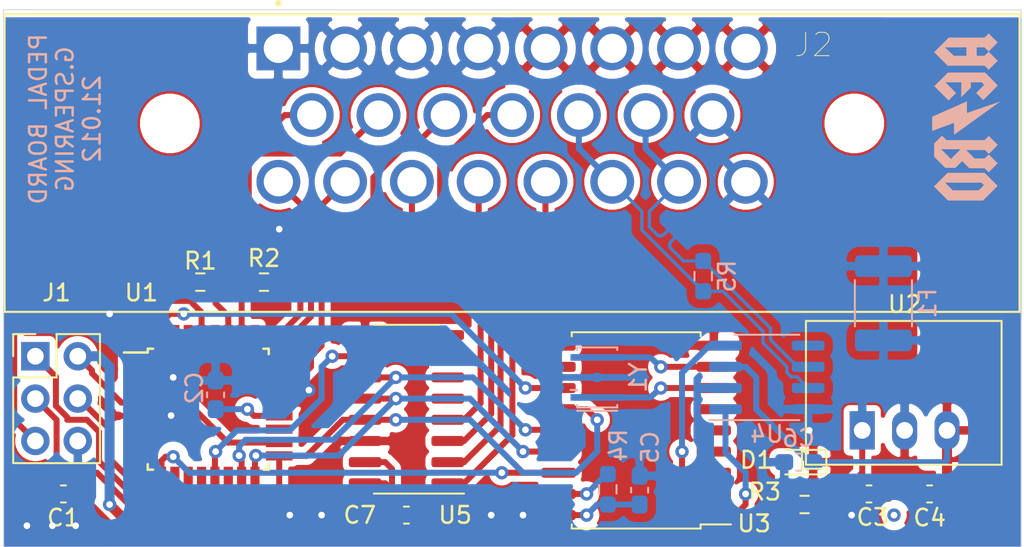
<source format=kicad_pcb>
(kicad_pcb (version 20171130) (host pcbnew 5.1.7-a382d34a8~88~ubuntu18.04.1)
  (layers (0 F.Cu signal) (31 B.Cu signal) (34 B.Paste user) (35 F.Paste user) (36 B.SilkS user) (37 F.SilkS user) (38 B.Mask user) (39 F.Mask user) (44 Edge.Cuts user))
  (net 0 "")
  (net 1 GND)
  (net 2 +5V)
  (net 3 "Net-(C2-Pad1)")
  (net 4 "Net-(C3-Pad1)")
  (net 5 "Net-(D1-Pad2)")
  (net 6 +12V)
  (net 7 /RESET)
  (net 8 /MOSI)
  (net 9 /SCK)
  (net 10 /MISO)
  (net 11 /ACC1)
  (net 12 /ACC0)
  (net 13 /BRAKE1)
  (net 14 /BRAKE0)
  (net 15 /STEER)
  (net 16 "Net-(R4-Pad2)")
  (net 17 /CAN_INT)
  (net 18 /CAN_CS)
  (net 19 "Net-(U3-Pad8)")
  (net 20 "Net-(U3-Pad7)")
  (net 21 /RXCAN)
  (net 22 /TXCAN)
  (net 23 /DAMPER_R)
  (net 24 /DAMPER_L)
  (net 25 /WHEEL_L)
  (net 26 /WHEEL_R)
  (net 27 /ADC_CS)
  (net 28 /CAN-)
  (net 29 /CAN+)
  (module AERO_CUSTOM:AERO_Logo_10x4mm (layer B.Cu) (at 159.258 56.769 270)
    (fp_text reference G*** hide)
    (fp_text value LOGO hide)
  )
  (module Package_SO:SOIC-16_3.9x9.9mm_P1.27mm (layer F.Cu) (at 125.73 74.295 180)
    (fp_text reference U5 (at -2.921 -6.35) (layer F.SilkS))
    (fp_text value MCP3008)
    (pad 16 smd roundrect (at 2.475 -4.445 180) (size 1.95 0.6) (layers F.Cu F.Paste F.Mask) (net 2 +5V))
    (pad 15 smd roundrect (at 2.475 -3.175 180) (size 1.95 0.6) (layers F.Cu F.Paste F.Mask) (net 2 +5V))
    (pad 14 smd roundrect (at 2.475 -1.905 180) (size 1.95 0.6) (layers F.Cu F.Paste F.Mask) (net 1 GND))
    (pad 13 smd roundrect (at 2.475 -0.635 180) (size 1.95 0.6) (layers F.Cu F.Paste F.Mask) (net 9 /SCK))
    (pad 12 smd roundrect (at 2.475 0.635 180) (size 1.95 0.6) (layers F.Cu F.Paste F.Mask) (net 10 /MISO))
    (pad 11 smd roundrect (at 2.475 1.905 180) (size 1.95 0.6) (layers F.Cu F.Paste F.Mask) (net 8 /MOSI))
    (pad 10 smd roundrect (at 2.475 3.175 180) (size 1.95 0.6) (layers F.Cu F.Paste F.Mask) (net 27 /ADC_CS))
    (pad 9 smd roundrect (at 2.475 4.445 180) (size 1.95 0.6) (layers F.Cu F.Paste F.Mask) (net 1 GND))
    (pad 8 smd roundrect (at -2.475 4.445 180) (size 1.95 0.6) (layers F.Cu F.Paste F.Mask))
    (pad 7 smd roundrect (at -2.475 3.175 180) (size 1.95 0.6) (layers F.Cu F.Paste F.Mask))
    (pad 6 smd roundrect (at -2.475 1.905 180) (size 1.95 0.6) (layers F.Cu F.Paste F.Mask))
    (pad 5 smd roundrect (at -2.475 0.635 180) (size 1.95 0.6) (layers F.Cu F.Paste F.Mask))
    (pad 4 smd roundrect (at -2.475 -0.635 180) (size 1.95 0.6) (layers F.Cu F.Paste F.Mask) (net 23 /DAMPER_R))
    (pad 3 smd roundrect (at -2.475 -1.905 180) (size 1.95 0.6) (layers F.Cu F.Paste F.Mask) (net 24 /DAMPER_L))
    (pad 2 smd roundrect (at -2.475 -3.175 180) (size 1.95 0.6) (layers F.Cu F.Paste F.Mask) (net 26 /WHEEL_R))
    (pad 1 smd roundrect (at -2.475 -4.445 180) (size 1.95 0.6) (layers F.Cu F.Paste F.Mask) (net 25 /WHEEL_L))
  )
  (module Capacitor_SMD:C_0603_1608Metric_Pad1.08x0.95mm_HandSolder (layer F.Cu) (at 125.73 80.645)
    (fp_text reference C7 (at -2.794 0) (layer F.SilkS))
    (fp_text value 0.1u)
    (pad 2 smd roundrect (at 0.8625 0) (size 1.075 0.95) (layers F.Cu F.Paste F.Mask) (net 1 GND))
    (pad 1 smd roundrect (at -0.8625 0) (size 1.075 0.95) (layers F.Cu F.Paste F.Mask) (net 2 +5V))
  )
  (module AERO_CUSTOM:Resonator_SMD_muRata_CSTxExxV-3Pin_3.0x1.1mm_HandSoldering (layer B.Cu) (at 137.16 72.39 90)
    (fp_text reference Y1 (at 0 2.45 90) (layer B.SilkS) (effects (justify mirror)))
    (fp_text value 16MHz)
    (pad 3 smd rect (at 1.2 0 90) (size 0.4 3.2) (layers B.Cu B.Paste B.Mask) (net 19 "Net-(U3-Pad8)"))
    (pad 2 smd rect (at 0 0 90) (size 0.4 3.2) (layers B.Cu B.Paste B.Mask) (net 1 GND))
    (pad 1 smd rect (at -1.2 0 90) (size 0.4 3.2) (layers B.Cu B.Paste B.Mask) (net 20 "Net-(U3-Pad7)"))
  )
  (module Package_SO:SOIC-8_3.9x4.9mm_P1.27mm (layer B.Cu) (at 147.32 72.39)
    (fp_text reference U4 (at 0 3.4) (layer B.SilkS) (effects (justify mirror)))
    (fp_text value MCP2551-I-SN)
    (pad 8 smd roundrect (at 2.475 1.905) (size 1.95 0.6) (layers B.Cu B.Paste B.Mask) (net 1 GND))
    (pad 7 smd roundrect (at 2.475 0.635) (size 1.95 0.6) (layers B.Cu B.Paste B.Mask) (net 29 /CAN+))
    (pad 6 smd roundrect (at 2.475 -0.635) (size 1.95 0.6) (layers B.Cu B.Paste B.Mask) (net 28 /CAN-))
    (pad 5 smd roundrect (at 2.475 -1.905) (size 1.95 0.6) (layers B.Cu B.Paste B.Mask))
    (pad 4 smd roundrect (at -2.475 -1.905) (size 1.95 0.6) (layers B.Cu B.Paste B.Mask) (net 21 /RXCAN))
    (pad 3 smd roundrect (at -2.475 -0.635) (size 1.95 0.6) (layers B.Cu B.Paste B.Mask) (net 2 +5V))
    (pad 2 smd roundrect (at -2.475 0.635) (size 1.95 0.6) (layers B.Cu B.Paste B.Mask) (net 1 GND))
    (pad 1 smd roundrect (at -2.475 1.905) (size 1.95 0.6) (layers B.Cu B.Paste B.Mask) (net 22 /TXCAN))
  )
  (module Package_SO:SOIC-18W_7.5x11.6mm_P1.27mm (layer F.Cu) (at 139.495 75.565 180)
    (fp_text reference U3 (at -7.063 -5.588 180) (layer F.SilkS))
    (fp_text value MCP2515-xSO)
    (pad 18 smd roundrect (at 4.65 -5.08 180) (size 2.05 0.6) (layers F.Cu F.Paste F.Mask) (net 2 +5V))
    (pad 17 smd roundrect (at 4.65 -3.81 180) (size 2.05 0.6) (layers F.Cu F.Paste F.Mask) (net 16 "Net-(R4-Pad2)"))
    (pad 16 smd roundrect (at 4.65 -2.54 180) (size 2.05 0.6) (layers F.Cu F.Paste F.Mask) (net 18 /CAN_CS))
    (pad 15 smd roundrect (at 4.65 -1.27 180) (size 2.05 0.6) (layers F.Cu F.Paste F.Mask) (net 10 /MISO))
    (pad 14 smd roundrect (at 4.65 0 180) (size 2.05 0.6) (layers F.Cu F.Paste F.Mask) (net 8 /MOSI))
    (pad 13 smd roundrect (at 4.65 1.27 180) (size 2.05 0.6) (layers F.Cu F.Paste F.Mask) (net 9 /SCK))
    (pad 12 smd roundrect (at 4.65 2.54 180) (size 2.05 0.6) (layers F.Cu F.Paste F.Mask) (net 17 /CAN_INT))
    (pad 11 smd roundrect (at 4.65 3.81 180) (size 2.05 0.6) (layers F.Cu F.Paste F.Mask))
    (pad 10 smd roundrect (at 4.65 5.08 180) (size 2.05 0.6) (layers F.Cu F.Paste F.Mask))
    (pad 9 smd roundrect (at -4.65 5.08 180) (size 2.05 0.6) (layers F.Cu F.Paste F.Mask) (net 1 GND))
    (pad 8 smd roundrect (at -4.65 3.81 180) (size 2.05 0.6) (layers F.Cu F.Paste F.Mask) (net 19 "Net-(U3-Pad8)"))
    (pad 7 smd roundrect (at -4.65 2.54 180) (size 2.05 0.6) (layers F.Cu F.Paste F.Mask) (net 20 "Net-(U3-Pad7)"))
    (pad 6 smd roundrect (at -4.65 1.27 180) (size 2.05 0.6) (layers F.Cu F.Paste F.Mask))
    (pad 5 smd roundrect (at -4.65 0 180) (size 2.05 0.6) (layers F.Cu F.Paste F.Mask))
    (pad 4 smd roundrect (at -4.65 -1.27 180) (size 2.05 0.6) (layers F.Cu F.Paste F.Mask))
    (pad 3 smd roundrect (at -4.65 -2.54 180) (size 2.05 0.6) (layers F.Cu F.Paste F.Mask))
    (pad 2 smd roundrect (at -4.65 -3.81 180) (size 2.05 0.6) (layers F.Cu F.Paste F.Mask) (net 21 /RXCAN))
    (pad 1 smd roundrect (at -4.65 -5.08 180) (size 2.05 0.6) (layers F.Cu F.Paste F.Mask) (net 22 /TXCAN))
  )
  (module Converter_DCDC:Converter_DCDC_RECOM_R-78E-0.5_THT (layer F.Cu) (at 153.035 75.565)
    (fp_text reference U2 (at 2.54 -7.56) (layer F.SilkS))
    (fp_text value R-785.0-1.0)
    (pad 3 thru_hole oval (at 5.08 0) (size 1.5 2.3) (drill 1) (layers *.Cu *.Mask) (net 2 +5V))
    (pad 2 thru_hole oval (at 2.54 0) (size 1.5 2.3) (drill 1) (layers *.Cu *.Mask) (net 1 GND))
    (pad 1 thru_hole rect (at 0 0) (size 1.5 2.3) (drill 1) (layers *.Cu *.Mask) (net 4 "Net-(C3-Pad1)"))
  )
  (module Package_QFP:TQFP-32_7x7mm_P0.8mm (layer F.Cu) (at 113.86 74.295)
    (fp_text reference U1 (at -4.005 -6.985) (layer F.SilkS))
    (fp_text value ATmega328P-AU)
    (pad 32 smd rect (at -2.8 -4.25 90) (size 1.6 0.55) (layers F.Cu F.Paste F.Mask) (net 17 /CAN_INT))
    (pad 31 smd rect (at -2 -4.25 90) (size 1.6 0.55) (layers F.Cu F.Paste F.Mask))
    (pad 30 smd rect (at -1.2 -4.25 90) (size 1.6 0.55) (layers F.Cu F.Paste F.Mask))
    (pad 29 smd rect (at -0.4 -4.25 90) (size 1.6 0.55) (layers F.Cu F.Paste F.Mask) (net 7 /RESET))
    (pad 28 smd rect (at 0.4 -4.25 90) (size 1.6 0.55) (layers F.Cu F.Paste F.Mask))
    (pad 27 smd rect (at 1.2 -4.25 90) (size 1.6 0.55) (layers F.Cu F.Paste F.Mask) (net 12 /ACC0))
    (pad 26 smd rect (at 2 -4.25 90) (size 1.6 0.55) (layers F.Cu F.Paste F.Mask) (net 11 /ACC1))
    (pad 25 smd rect (at 2.8 -4.25 90) (size 1.6 0.55) (layers F.Cu F.Paste F.Mask) (net 14 /BRAKE0))
    (pad 24 smd rect (at 4.25 -2.8) (size 1.6 0.55) (layers F.Cu F.Paste F.Mask) (net 13 /BRAKE1))
    (pad 23 smd rect (at 4.25 -2) (size 1.6 0.55) (layers F.Cu F.Paste F.Mask) (net 15 /STEER))
    (pad 22 smd rect (at 4.25 -1.2) (size 1.6 0.55) (layers F.Cu F.Paste F.Mask))
    (pad 21 smd rect (at 4.25 -0.4) (size 1.6 0.55) (layers F.Cu F.Paste F.Mask) (net 1 GND))
    (pad 20 smd rect (at 4.25 0.4) (size 1.6 0.55) (layers F.Cu F.Paste F.Mask) (net 3 "Net-(C2-Pad1)"))
    (pad 19 smd rect (at 4.25 1.2) (size 1.6 0.55) (layers F.Cu F.Paste F.Mask))
    (pad 18 smd rect (at 4.25 2) (size 1.6 0.55) (layers F.Cu F.Paste F.Mask) (net 2 +5V))
    (pad 17 smd rect (at 4.25 2.8) (size 1.6 0.55) (layers F.Cu F.Paste F.Mask) (net 9 /SCK))
    (pad 16 smd rect (at 2.8 4.25 90) (size 1.6 0.55) (layers F.Cu F.Paste F.Mask) (net 10 /MISO))
    (pad 15 smd rect (at 2 4.25 90) (size 1.6 0.55) (layers F.Cu F.Paste F.Mask) (net 8 /MOSI))
    (pad 14 smd rect (at 1.2 4.25 90) (size 1.6 0.55) (layers F.Cu F.Paste F.Mask))
    (pad 13 smd rect (at 0.4 4.25 90) (size 1.6 0.55) (layers F.Cu F.Paste F.Mask) (net 27 /ADC_CS))
    (pad 12 smd rect (at -0.4 4.25 90) (size 1.6 0.55) (layers F.Cu F.Paste F.Mask))
    (pad 11 smd rect (at -1.2 4.25 90) (size 1.6 0.55) (layers F.Cu F.Paste F.Mask))
    (pad 10 smd rect (at -2 4.25 90) (size 1.6 0.55) (layers F.Cu F.Paste F.Mask))
    (pad 9 smd rect (at -2.8 4.25 90) (size 1.6 0.55) (layers F.Cu F.Paste F.Mask) (net 18 /CAN_CS))
    (pad 8 smd rect (at -4.25 2.8) (size 1.6 0.55) (layers F.Cu F.Paste F.Mask))
    (pad 7 smd rect (at -4.25 2) (size 1.6 0.55) (layers F.Cu F.Paste F.Mask))
    (pad 6 smd rect (at -4.25 1.2) (size 1.6 0.55) (layers F.Cu F.Paste F.Mask) (net 2 +5V))
    (pad 5 smd rect (at -4.25 0.4) (size 1.6 0.55) (layers F.Cu F.Paste F.Mask) (net 1 GND))
    (pad 4 smd rect (at -4.25 -0.4) (size 1.6 0.55) (layers F.Cu F.Paste F.Mask) (net 2 +5V))
    (pad 3 smd rect (at -4.25 -1.2) (size 1.6 0.55) (layers F.Cu F.Paste F.Mask) (net 1 GND))
    (pad 2 smd rect (at -4.25 -2) (size 1.6 0.55) (layers F.Cu F.Paste F.Mask))
    (pad 1 smd rect (at -4.25 -2.8) (size 1.6 0.55) (layers F.Cu F.Paste F.Mask))
  )
  (module Resistor_SMD:R_0603_1608Metric_Pad0.98x0.95mm_HandSolder (layer B.Cu) (at 143.51 66.3175 90)
    (fp_text reference R5 (at 0 1.43 90) (layer B.SilkS) (effects (justify mirror)))
    (fp_text value 120)
    (pad 2 smd roundrect (at 0.9125 0 90) (size 0.975 0.95) (layers B.Cu B.Paste B.Mask) (net 28 /CAN-))
    (pad 1 smd roundrect (at -0.9125 0 90) (size 0.975 0.95) (layers B.Cu B.Paste B.Mask) (net 29 /CAN+))
  )
  (module Resistor_SMD:R_0603_1608Metric_Pad0.98x0.95mm_HandSolder (layer B.Cu) (at 137.795 79.0975 90)
    (fp_text reference R4 (at 2.6435 0.635 270) (layer B.SilkS) (effects (justify mirror)))
    (fp_text value 10K)
    (pad 2 smd roundrect (at 0.9125 0 90) (size 0.975 0.95) (layers B.Cu B.Paste B.Mask) (net 16 "Net-(R4-Pad2)"))
    (pad 1 smd roundrect (at -0.9125 0 90) (size 0.975 0.95) (layers B.Cu B.Paste B.Mask) (net 2 +5V))
  )
  (module Resistor_SMD:R_0603_1608Metric_Pad0.98x0.95mm_HandSolder (layer F.Cu) (at 149.5825 80.01)
    (fp_text reference R3 (at -2.3895 -0.762) (layer F.SilkS))
    (fp_text value 330)
    (pad 2 smd roundrect (at 0.9125 0) (size 0.975 0.95) (layers F.Cu F.Paste F.Mask) (net 2 +5V))
    (pad 1 smd roundrect (at -0.9125 0) (size 0.975 0.95) (layers F.Cu F.Paste F.Mask) (net 5 "Net-(D1-Pad2)"))
  )
  (module Resistor_SMD:R_0603_1608Metric_Pad0.98x0.95mm_HandSolder (layer F.Cu) (at 117.1975 66.675)
    (fp_text reference R2 (at 0 -1.43) (layer F.SilkS))
    (fp_text value 10K)
    (pad 2 smd roundrect (at 0.9125 0) (size 0.975 0.95) (layers F.Cu F.Paste F.Mask) (net 1 GND))
    (pad 1 smd roundrect (at -0.9125 0) (size 0.975 0.95) (layers F.Cu F.Paste F.Mask) (net 11 /ACC1))
  )
  (module Resistor_SMD:R_0603_1608Metric_Pad0.98x0.95mm_HandSolder (layer F.Cu) (at 113.3875 66.675 180)
    (fp_text reference R1 (at 0 1.27) (layer F.SilkS))
    (fp_text value 10K)
    (pad 2 smd roundrect (at 0.9125 0 180) (size 0.975 0.95) (layers F.Cu F.Paste F.Mask) (net 1 GND))
    (pad 1 smd roundrect (at -0.9125 0 180) (size 0.975 0.95) (layers F.Cu F.Paste F.Mask) (net 12 /ACC0))
  )
  (module AERO_CUSTOM:TE_1-770669-1_23pin_Horizontal (layer F.Cu) (at 118.06 52.66)
    (fp_text reference J2 (at 32.054 -0.209) (layer F.SilkS) (effects (font (size 1.4012 1.4012) (thickness 0.05))))
    (fp_text value Conn_01x23 hide)
    (pad 22 thru_hole circle (at 24 8) (size 2.625 2.625) (drill 1.75) (layers *.Cu *.Mask) (net 28 /CAN-))
    (pad 21 thru_hole circle (at 20 8) (size 2.625 2.625) (drill 1.75) (layers *.Cu *.Mask) (net 29 /CAN+))
    (pad 20 thru_hole circle (at 16 8) (size 2.625 2.625) (drill 1.75) (layers *.Cu *.Mask) (net 25 /WHEEL_L))
    (pad 19 thru_hole circle (at 12 8) (size 2.625 2.625) (drill 1.75) (layers *.Cu *.Mask) (net 26 /WHEEL_R))
    (pad 18 thru_hole circle (at 8 8) (size 2.625 2.625) (drill 1.75) (layers *.Cu *.Mask) (net 23 /DAMPER_R))
    (pad 17 thru_hole circle (at 4 8) (size 2.625 2.625) (drill 1.75) (layers *.Cu *.Mask) (net 13 /BRAKE1))
    (pad 14 thru_hole circle (at 22 4) (size 2.625 2.625) (drill 1.75) (layers *.Cu *.Mask) (net 28 /CAN-))
    (pad 13 thru_hole circle (at 18 4) (size 2.625 2.625) (drill 1.75) (layers *.Cu *.Mask) (net 29 /CAN+))
    (pad 12 thru_hole circle (at 14 4) (size 2.625 2.625) (drill 1.75) (layers *.Cu *.Mask) (net 24 /DAMPER_L))
    (pad 11 thru_hole circle (at 10 4) (size 2.625 2.625) (drill 1.75) (layers *.Cu *.Mask) (net 15 /STEER))
    (pad 10 thru_hole circle (at 6 4) (size 2.625 2.625) (drill 1.75) (layers *.Cu *.Mask) (net 11 /ACC1))
    (pad 7 thru_hole circle (at 24 0) (size 2.625 2.625) (drill 1.75) (layers *.Cu *.Mask) (net 2 +5V))
    (pad 6 thru_hole circle (at 20 0) (size 2.625 2.625) (drill 1.75) (layers *.Cu *.Mask) (net 2 +5V))
    (pad 5 thru_hole circle (at 16 0) (size 2.625 2.625) (drill 1.75) (layers *.Cu *.Mask) (net 2 +5V))
    (pad 4 thru_hole circle (at 12 0) (size 2.625 2.625) (drill 1.75) (layers *.Cu *.Mask) (net 1 GND))
    (pad 3 thru_hole circle (at 8 0) (size 2.625 2.625) (drill 1.75) (layers *.Cu *.Mask) (net 1 GND))
    (pad 2 thru_hole circle (at 4 0) (size 2.625 2.625) (drill 1.75) (layers *.Cu *.Mask) (net 1 GND))
    (pad 23 thru_hole circle (at 28 8) (size 2.625 2.625) (drill 1.75) (layers *.Cu *.Mask) (net 6 +12V))
    (pad 16 thru_hole circle (at 0 8) (size 2.625 2.625) (drill 1.75) (layers *.Cu *.Mask) (net 14 /BRAKE0))
    (pad 15 thru_hole circle (at 26 4) (size 2.625 2.625) (drill 1.75) (layers *.Cu *.Mask) (net 6 +12V))
    (pad 9 thru_hole circle (at 2 4) (size 2.625 2.625) (drill 1.75) (layers *.Cu *.Mask) (net 12 /ACC0))
    (pad 8 thru_hole circle (at 28 0) (size 2.625 2.625) (drill 1.75) (layers *.Cu *.Mask) (net 2 +5V))
    (pad 1 thru_hole rect (at 0 0) (size 2.625 2.625) (drill 1.75) (layers *.Cu *.Mask) (net 1 GND))
    (pad Hole np_thru_hole circle (at 34.5 4.5) (size 2.85 2.85) (drill 2.85) (layers *.Cu *.Mask F.SilkS))
    (pad Hole np_thru_hole circle (at -6.5 4.5) (size 2.85 2.85) (drill 2.85) (layers *.Cu *.Mask F.SilkS))
  )
  (module Connector_PinHeader_2.54mm:PinHeader_2x03_P2.54mm_Vertical (layer F.Cu) (at 103.505 71.12)
    (fp_text reference J1 (at 1.27 -3.81) (layer F.SilkS))
    (fp_text value Conn_02x03_Odd_Even)
    (pad 6 thru_hole oval (at 2.54 5.08) (size 1.7 1.7) (drill 1) (layers *.Cu *.Mask) (net 1 GND))
    (pad 5 thru_hole oval (at 0 5.08) (size 1.7 1.7) (drill 1) (layers *.Cu *.Mask) (net 7 /RESET))
    (pad 4 thru_hole oval (at 2.54 2.54) (size 1.7 1.7) (drill 1) (layers *.Cu *.Mask) (net 8 /MOSI))
    (pad 3 thru_hole oval (at 0 2.54) (size 1.7 1.7) (drill 1) (layers *.Cu *.Mask) (net 9 /SCK))
    (pad 2 thru_hole oval (at 2.54 0) (size 1.7 1.7) (drill 1) (layers *.Cu *.Mask) (net 2 +5V))
    (pad 1 thru_hole rect (at 0 0) (size 1.7 1.7) (drill 1) (layers *.Cu *.Mask) (net 10 /MISO))
  )
  (module Fuse:Fuse_1812_4532Metric_Pad1.30x3.40mm_HandSolder (layer B.Cu) (at 154.305 67.945 90)
    (fp_text reference F1 (at 0 2.65 90) (layer B.SilkS) (effects (justify mirror)))
    (fp_text value MF-MSMF050)
    (pad 2 smd roundrect (at 2.225 0 90) (size 1.3 3.4) (layers B.Cu B.Paste B.Mask) (roundrect_rratio 0.192308) (net 6 +12V))
    (pad 1 smd roundrect (at -2.225 0 90) (size 1.3 3.4) (layers B.Cu B.Paste B.Mask) (roundrect_rratio 0.192308) (net 4 "Net-(C3-Pad1)"))
  )
  (module LED_SMD:LED_0603_1608Metric_Pad1.05x0.95mm_HandSolder (layer F.Cu) (at 149.225 77.47 180)
    (fp_text reference D1 (at 2.54 0.127) (layer F.SilkS))
    (fp_text value LED)
    (pad 2 smd roundrect (at 0.875 0 180) (size 1.05 0.95) (layers F.Cu F.Paste F.Mask) (net 5 "Net-(D1-Pad2)"))
    (pad 1 smd roundrect (at -0.875 0 180) (size 1.05 0.95) (layers F.Cu F.Paste F.Mask) (net 1 GND))
  )
  (module Capacitor_SMD:C_0603_1608Metric_Pad1.08x0.95mm_HandSolder (layer B.Cu) (at 149.225 77.47 180)
    (fp_text reference C6 (at 0 1.43) (layer B.SilkS) (effects (justify mirror)))
    (fp_text value 0.1u)
    (pad 2 smd roundrect (at 0.8625 0 180) (size 1.075 0.95) (layers B.Cu B.Paste B.Mask) (net 1 GND))
    (pad 1 smd roundrect (at -0.8625 0 180) (size 1.075 0.95) (layers B.Cu B.Paste B.Mask) (net 2 +5V))
  )
  (module Capacitor_SMD:C_0603_1608Metric_Pad1.08x0.95mm_HandSolder (layer B.Cu) (at 139.7 79.1475 90)
    (fp_text reference C5 (at 2.5665 0.635 270) (layer B.SilkS) (effects (justify mirror)))
    (fp_text value 0.1u)
    (pad 2 smd roundrect (at 0.8625 0 90) (size 1.075 0.95) (layers B.Cu B.Paste B.Mask) (net 1 GND))
    (pad 1 smd roundrect (at -0.8625 0 90) (size 1.075 0.95) (layers B.Cu B.Paste B.Mask) (net 2 +5V))
  )
  (module Capacitor_SMD:C_0603_1608Metric_Pad1.08x0.95mm_HandSolder (layer F.Cu) (at 157.0725 79.375 180)
    (fp_text reference C4 (at 0 -1.43) (layer F.SilkS))
    (fp_text value 10u)
    (pad 2 smd roundrect (at 0.8625 0 180) (size 1.075 0.95) (layers F.Cu F.Paste F.Mask) (net 1 GND))
    (pad 1 smd roundrect (at -0.8625 0 180) (size 1.075 0.95) (layers F.Cu F.Paste F.Mask) (net 2 +5V))
  )
  (module Capacitor_SMD:C_0603_1608Metric_Pad1.08x0.95mm_HandSolder (layer F.Cu) (at 153.4425 79.375)
    (fp_text reference C3 (at 0.2275 1.397) (layer F.SilkS))
    (fp_text value 1u)
    (pad 2 smd roundrect (at 0.8625 0) (size 1.075 0.95) (layers F.Cu F.Paste F.Mask) (net 1 GND))
    (pad 1 smd roundrect (at -0.8625 0) (size 1.075 0.95) (layers F.Cu F.Paste F.Mask) (net 4 "Net-(C3-Pad1)"))
  )
  (module Capacitor_SMD:C_0603_1608Metric_Pad1.08x0.95mm_HandSolder (layer B.Cu) (at 114.3 73.4325 90)
    (fp_text reference C2 (at 0.4075 -1.27 270) (layer B.SilkS) (effects (justify mirror)))
    (fp_text value 0.1u)
    (pad 2 smd roundrect (at 0.8625 0 90) (size 1.075 0.95) (layers B.Cu B.Paste B.Mask) (net 1 GND))
    (pad 1 smd roundrect (at -0.8625 0 90) (size 1.075 0.95) (layers B.Cu B.Paste B.Mask) (net 3 "Net-(C2-Pad1)"))
  )
  (module Capacitor_SMD:C_0603_1608Metric_Pad1.08x0.95mm_HandSolder (layer F.Cu) (at 105.1825 79.375 180)
    (fp_text reference C1 (at 0 -1.43) (layer F.SilkS))
    (fp_text value 0.1u)
    (pad 2 smd roundrect (at 0.8625 0 180) (size 1.075 0.95) (layers F.Cu F.Paste F.Mask) (net 1 GND))
    (pad 1 smd roundrect (at -0.8625 0 180) (size 1.075 0.95) (layers F.Cu F.Paste F.Mask) (net 2 +5V))
  )
  (gr_line (start 162.56 50.3555) (end 162.56 50.8) (layer Edge.Cuts) (width 0.05))
  (gr_line (start 101.6 50.3428) (end 162.56 50.3555) (layer Edge.Cuts) (width 0.05))
  (gr_line (start 101.6 50.8) (end 101.6 50.3428) (layer Edge.Cuts) (width 0.05))
  (gr_line (start 101.6 82.55) (end 101.6 50.8) (layer Edge.Cuts) (width 0.05))
  (gr_line (start 162.56 82.55) (end 101.6 82.55) (layer Edge.Cuts) (width 0.05))
  (gr_line (start 162.56 50.8) (end 162.56 82.55) (layer Edge.Cuts) (width 0.05))
  (gr_text "PEDAL BOARD\nG.SPEARING\n21.012" (at 105.283 56.896 90) (layer B.SilkS) (effects (font (size 1 1)) (justify mirror)))
  (via (at 154.94 80.645) (size 0.8) (drill 0.4) (layers F.Cu B.Cu) (net 0))
  (via (at 118.11 63.5) (size 0.8) (drill 0.4) (layers F.Cu B.Cu) (net 1))
  (via (at 111.76 72.39) (size 0.8) (drill 0.4) (layers F.Cu B.Cu) (net 1))
  (via (at 107.95 68.58) (size 0.8) (drill 0.4) (layers F.Cu B.Cu) (net 1))
  (via (at 118.745 80.645) (size 0.8) (drill 0.4) (layers F.Cu B.Cu) (net 1))
  (via (at 120.65 80.645) (size 0.8) (drill 0.4) (layers F.Cu B.Cu) (net 1))
  (via (at 130.81 80.645) (size 0.8) (drill 0.4) (layers F.Cu B.Cu) (net 1))
  (via (at 132.715 80.645) (size 0.8) (drill 0.4) (layers F.Cu B.Cu) (net 1))
  (via (at 152.4 80.645) (size 0.8) (drill 0.4) (layers F.Cu B.Cu) (net 1))
  (via (at 149.86 75.565) (size 0.8) (drill 0.4) (layers F.Cu B.Cu) (net 1))
  (via (at 111.633 74.676) (size 0.8) (drill 0.4) (layers F.Cu B.Cu) (net 1))
  (via (at 119.888 73.152) (size 0.8) (drill 0.4) (layers F.Cu B.Cu) (net 1))
  (via (at 102.997 81.28) (size 0.8) (drill 0.4) (layers F.Cu B.Cu) (net 1))
  (via (at 104.521 81.28) (size 0.8) (drill 0.4) (layers F.Cu B.Cu) (net 1))
  (via (at 105.918 81.28) (size 0.8) (drill 0.4) (layers F.Cu B.Cu) (net 1))
  (segment (start 108.585 81.915) (end 106.045 79.375) (width 0.6) (layer F.Cu) (net 2))
  (segment (start 158.115 75.565) (end 158.115 80.645) (width 0.6) (layer F.Cu) (net 2))
  (segment (start 158.115 80.645) (end 156.845 81.915) (width 0.6) (layer F.Cu) (net 2))
  (segment (start 126.365 81.915) (end 125.73 81.915) (width 0.6) (layer F.Cu) (net 2))
  (segment (start 124.8675 81.0525) (end 124.8675 80.645) (width 0.6) (layer F.Cu) (net 2))
  (segment (start 125.73 81.915) (end 124.8675 81.0525) (width 0.6) (layer F.Cu) (net 2))
  (segment (start 133.985 81.915) (end 132.715 81.915) (width 0.6) (layer F.Cu) (net 2))
  (segment (start 133.985 81.915) (end 126.365 81.915) (width 0.6) (layer F.Cu) (net 2))
  (segment (start 152.4 81.915) (end 151.13 81.915) (width 0.6) (layer F.Cu) (net 2))
  (segment (start 156.845 81.915) (end 152.4 81.915) (width 0.6) (layer F.Cu) (net 2))
  (segment (start 150.495 81.28) (end 150.495 80.01) (width 0.6) (layer F.Cu) (net 2))
  (segment (start 151.13 81.915) (end 150.495 81.28) (width 0.6) (layer F.Cu) (net 2))
  (segment (start 109.855 81.915) (end 107.95 80.01) (width 0.6) (layer F.Cu) (net 2))
  (via (at 107.95 80.01) (size 0.8) (drill 0.4) (layers F.Cu B.Cu) (net 2))
  (segment (start 112.395 81.915) (end 109.855 81.915) (width 0.6) (layer F.Cu) (net 2))
  (segment (start 112.395 81.915) (end 108.585 81.915) (width 0.6) (layer F.Cu) (net 2))
  (segment (start 126.365 81.915) (end 112.395 81.915) (width 0.6) (layer F.Cu) (net 2))
  (segment (start 107.95 80.01) (end 107.95 71.755) (width 0.6) (layer B.Cu) (net 2))
  (segment (start 107.315 71.12) (end 106.045 71.12) (width 0.6) (layer B.Cu) (net 2))
  (segment (start 107.95 71.755) (end 107.315 71.12) (width 0.6) (layer B.Cu) (net 2))
  (segment (start 111.195 75.495) (end 109.61 75.495) (width 0.36) (layer F.Cu) (net 2))
  (segment (start 111.195 75.495) (end 114.23 75.495) (width 0.36) (layer F.Cu) (net 2))
  (segment (start 115.03 76.295) (end 118.11 76.295) (width 0.36) (layer F.Cu) (net 2))
  (segment (start 114.23 75.495) (end 115.03 76.295) (width 0.36) (layer F.Cu) (net 2))
  (segment (start 108.650998 73.895) (end 109.61 73.895) (width 0.36) (layer F.Cu) (net 2))
  (segment (start 106.894999 72.139001) (end 108.650998 73.895) (width 0.36) (layer F.Cu) (net 2))
  (segment (start 106.045 71.12) (end 106.894999 71.969999) (width 0.36) (layer F.Cu) (net 2))
  (segment (start 106.894999 71.969999) (end 106.894999 72.139001) (width 0.36) (layer F.Cu) (net 2))
  (segment (start 123.255 78.74) (end 124.46 78.74) (width 0.36) (layer F.Cu) (net 2))
  (segment (start 124.8675 79.1475) (end 124.8675 80.645) (width 0.36) (layer F.Cu) (net 2))
  (segment (start 124.46 78.74) (end 124.8675 79.1475) (width 0.36) (layer F.Cu) (net 2))
  (segment (start 123.255 77.47) (end 124.46 77.47) (width 0.36) (layer F.Cu) (net 2))
  (segment (start 124.8675 77.8775) (end 124.8675 79.1475) (width 0.36) (layer F.Cu) (net 2))
  (segment (start 124.46 77.47) (end 124.8675 77.8775) (width 0.36) (layer F.Cu) (net 2))
  (segment (start 150.0875 77.47) (end 149.86 77.47) (width 0.36) (layer B.Cu) (net 2))
  (segment (start 149.86 77.47) (end 146.685 74.295) (width 0.36) (layer B.Cu) (net 2))
  (segment (start 146.685 74.295) (end 146.685 72.39) (width 0.36) (layer B.Cu) (net 2))
  (segment (start 146.05 71.755) (end 144.845 71.755) (width 0.36) (layer B.Cu) (net 2))
  (segment (start 146.685 72.39) (end 146.05 71.755) (width 0.36) (layer B.Cu) (net 2))
  (segment (start 137.795 80.01) (end 139.7 80.01) (width 0.36) (layer B.Cu) (net 2))
  (via (at 136.525 80.645) (size 0.8) (drill 0.4) (layers F.Cu B.Cu) (net 2))
  (segment (start 137.795 80.01) (end 137.16 80.01) (width 0.36) (layer B.Cu) (net 2))
  (segment (start 137.16 80.01) (end 136.525 80.645) (width 0.36) (layer B.Cu) (net 2))
  (segment (start 136.525 81.915) (end 133.985 81.915) (width 0.6) (layer F.Cu) (net 2))
  (segment (start 136.525 81.915) (end 135.255 81.915) (width 0.36) (layer F.Cu) (net 2))
  (segment (start 152.4 81.915) (end 136.525 81.915) (width 0.6) (layer F.Cu) (net 2))
  (segment (start 134.845 81.505) (end 134.845 80.645) (width 0.36) (layer F.Cu) (net 2))
  (segment (start 135.255 81.915) (end 134.845 81.505) (width 0.36) (layer F.Cu) (net 2))
  (segment (start 112.63 73.895) (end 114.23 75.495) (width 0.36) (layer F.Cu) (net 2))
  (segment (start 109.61 73.895) (end 112.63 73.895) (width 0.36) (layer F.Cu) (net 2))
  (segment (start 150.0875 77.47) (end 157.988 77.47) (width 0.36) (layer B.Cu) (net 2))
  (segment (start 158.115 77.343) (end 158.115 75.565) (width 0.36) (layer B.Cu) (net 2))
  (segment (start 157.988 77.47) (end 158.115 77.343) (width 0.36) (layer B.Cu) (net 2))
  (segment (start 136.525 80.645) (end 134.845 80.645) (width 0.36) (layer F.Cu) (net 2))
  (via (at 116.205 74.295) (size 0.8) (drill 0.4) (layers F.Cu B.Cu) (net 3))
  (segment (start 118.11 74.695) (end 116.605 74.695) (width 0.36) (layer F.Cu) (net 3))
  (segment (start 116.605 74.695) (end 116.205 74.295) (width 0.36) (layer F.Cu) (net 3))
  (segment (start 116.205 74.295) (end 114.3 74.295) (width 0.36) (layer B.Cu) (net 3))
  (segment (start 152.58 79.375) (end 152.58 78.56) (width 0.36) (layer F.Cu) (net 4))
  (segment (start 153.035 78.105) (end 153.035 75.565) (width 0.36) (layer F.Cu) (net 4))
  (segment (start 152.58 78.56) (end 153.035 78.105) (width 0.36) (layer F.Cu) (net 4))
  (segment (start 148.35 77.47) (end 148.35 78.5) (width 0.36) (layer F.Cu) (net 5))
  (segment (start 148.67 78.82) (end 148.67 80.01) (width 0.36) (layer F.Cu) (net 5))
  (segment (start 148.35 78.5) (end 148.67 78.82) (width 0.36) (layer F.Cu) (net 5))
  (segment (start 112.769401 67.799999) (end 103.650001 67.799999) (width 0.36) (layer F.Cu) (net 7))
  (segment (start 113.46 70.045) (end 113.46 68.490598) (width 0.36) (layer F.Cu) (net 7))
  (segment (start 113.46 68.490598) (end 112.769401 67.799999) (width 0.36) (layer F.Cu) (net 7))
  (segment (start 103.650001 67.799999) (end 102.235 69.215) (width 0.36) (layer F.Cu) (net 7))
  (segment (start 102.235 74.93) (end 103.505 76.2) (width 0.36) (layer F.Cu) (net 7))
  (segment (start 102.235 69.215) (end 102.235 74.93) (width 0.36) (layer F.Cu) (net 7))
  (segment (start 115.354002 80.01) (end 110.688346 80.01) (width 0.36) (layer F.Cu) (net 8))
  (segment (start 115.86 78.545) (end 115.86 79.504002) (width 0.36) (layer F.Cu) (net 8))
  (segment (start 115.86 79.504002) (end 115.354002 80.01) (width 0.36) (layer F.Cu) (net 8))
  (segment (start 106.117375 73.66) (end 106.045 73.66) (width 0.36) (layer F.Cu) (net 8))
  (segment (start 107.87501 75.417635) (end 106.117375 73.66) (width 0.36) (layer F.Cu) (net 8))
  (segment (start 110.688346 80.01) (end 107.87501 77.196664) (width 0.36) (layer F.Cu) (net 8))
  (segment (start 107.87501 77.196664) (end 107.87501 75.417635) (width 0.36) (layer F.Cu) (net 8))
  (via (at 125.095 72.39) (size 0.8) (drill 0.4) (layers F.Cu B.Cu) (net 8))
  (segment (start 123.255 72.39) (end 125.095 72.39) (width 0.36) (layer F.Cu) (net 8))
  (via (at 132.86 75.530024) (size 0.8) (drill 0.4) (layers F.Cu B.Cu) (net 8))
  (segment (start 125.095 72.39) (end 129.719976 72.39) (width 0.36) (layer B.Cu) (net 8))
  (segment (start 129.719976 72.39) (end 132.86 75.530024) (width 0.36) (layer B.Cu) (net 8))
  (segment (start 134.810024 75.530024) (end 134.845 75.565) (width 0.36) (layer F.Cu) (net 8))
  (segment (start 132.86 75.530024) (end 134.810024 75.530024) (width 0.36) (layer F.Cu) (net 8))
  (via (at 115.709995 77.075) (size 0.8) (drill 0.4) (layers F.Cu B.Cu) (net 8))
  (segment (start 115.86 78.545) (end 115.86 77.225005) (width 0.36) (layer F.Cu) (net 8))
  (segment (start 115.86 77.225005) (end 115.709995 77.075) (width 0.36) (layer F.Cu) (net 8))
  (segment (start 121.35999 76.12501) (end 125.095 72.39) (width 0.36) (layer B.Cu) (net 8))
  (segment (start 116.0943 76.12501) (end 121.35999 76.12501) (width 0.36) (layer B.Cu) (net 8))
  (segment (start 115.709995 77.075) (end 115.709995 76.509315) (width 0.36) (layer B.Cu) (net 8))
  (segment (start 115.709995 76.509315) (end 116.0943 76.12501) (width 0.36) (layer B.Cu) (net 8))
  (segment (start 104.775 77.47) (end 104.775 74.93) (width 0.36) (layer F.Cu) (net 9))
  (segment (start 118.11 78.854002) (end 115.729012 81.23499) (width 0.36) (layer F.Cu) (net 9))
  (segment (start 118.11 77.095) (end 118.11 78.854002) (width 0.36) (layer F.Cu) (net 9))
  (segment (start 104.775 74.93) (end 103.505 73.66) (width 0.36) (layer F.Cu) (net 9))
  (segment (start 115.729012 81.23499) (end 110.329392 81.23499) (width 0.36) (layer F.Cu) (net 9))
  (segment (start 110.329392 81.23499) (end 107.199402 78.105) (width 0.36) (layer F.Cu) (net 9))
  (segment (start 105.41 78.105) (end 104.775 77.47) (width 0.36) (layer F.Cu) (net 9))
  (segment (start 107.199402 78.105) (end 105.41 78.105) (width 0.36) (layer F.Cu) (net 9))
  (segment (start 118.11 77.095) (end 119.755 77.095) (width 0.36) (layer F.Cu) (net 9))
  (segment (start 121.92 74.93) (end 123.255 74.93) (width 0.36) (layer F.Cu) (net 9))
  (segment (start 119.755 77.095) (end 121.92 74.93) (width 0.36) (layer F.Cu) (net 9))
  (via (at 125.095 74.93) (size 0.8) (drill 0.4) (layers F.Cu B.Cu) (net 9))
  (segment (start 123.255 74.93) (end 125.095 74.93) (width 0.36) (layer F.Cu) (net 9))
  (segment (start 125.095 74.93) (end 129.54 74.93) (width 0.36) (layer B.Cu) (net 9))
  (segment (start 129.54 74.93) (end 132.225001 77.615001) (width 0.36) (layer B.Cu) (net 9))
  (segment (start 132.225001 77.615001) (end 132.715 78.105) (width 0.36) (layer B.Cu) (net 9))
  (segment (start 132.715 78.105) (end 135.89 78.105) (width 0.36) (layer B.Cu) (net 9))
  (via (at 137.16 74.93) (size 0.8) (drill 0.4) (layers F.Cu B.Cu) (net 9))
  (segment (start 135.89 78.105) (end 137.16 76.835) (width 0.36) (layer B.Cu) (net 9))
  (segment (start 137.16 76.835) (end 137.16 74.93) (width 0.36) (layer B.Cu) (net 9))
  (segment (start 137.16 74.93) (end 136.525 74.295) (width 0.36) (layer F.Cu) (net 9))
  (segment (start 136.525 74.295) (end 134.845 74.295) (width 0.36) (layer F.Cu) (net 9))
  (segment (start 115.519002 80.645) (end 110.531374 80.645) (width 0.36) (layer F.Cu) (net 10))
  (segment (start 116.66 78.545) (end 116.66 79.504002) (width 0.36) (layer F.Cu) (net 10))
  (segment (start 116.66 79.504002) (end 115.519002 80.645) (width 0.36) (layer F.Cu) (net 10))
  (segment (start 110.531374 80.645) (end 107.315 77.428626) (width 0.36) (layer F.Cu) (net 10))
  (segment (start 107.315 75.649598) (end 106.595402 74.93) (width 0.36) (layer F.Cu) (net 10))
  (segment (start 107.315 77.428626) (end 107.315 75.649598) (width 0.36) (layer F.Cu) (net 10))
  (segment (start 104.735001 72.350001) (end 103.505 71.12) (width 0.36) (layer F.Cu) (net 10))
  (segment (start 105.41 74.773028) (end 104.735001 74.098029) (width 0.36) (layer F.Cu) (net 10))
  (segment (start 104.735001 74.098029) (end 104.735001 72.350001) (width 0.36) (layer F.Cu) (net 10))
  (segment (start 106.595402 74.93) (end 105.41 74.93) (width 0.36) (layer F.Cu) (net 10))
  (via (at 125.095 73.66) (size 0.8) (drill 0.4) (layers F.Cu B.Cu) (net 10))
  (segment (start 123.255 73.66) (end 125.095 73.66) (width 0.36) (layer F.Cu) (net 10))
  (via (at 132.715 76.835) (size 0.8) (drill 0.4) (layers F.Cu B.Cu) (net 10))
  (segment (start 125.095 73.66) (end 129.54 73.66) (width 0.36) (layer B.Cu) (net 10))
  (segment (start 129.54 73.66) (end 132.715 76.835) (width 0.36) (layer B.Cu) (net 10))
  (segment (start 132.715 76.835) (end 134.845 76.835) (width 0.36) (layer F.Cu) (net 10))
  (via (at 116.709998 77.075) (size 0.8) (drill 0.4) (layers F.Cu B.Cu) (net 10))
  (segment (start 116.66 78.545) (end 116.66 77.124998) (width 0.36) (layer F.Cu) (net 10))
  (segment (start 116.66 77.124998) (end 116.709998 77.075) (width 0.36) (layer F.Cu) (net 10))
  (via (at 125.095 73.66) (size 0.8) (drill 0.4) (layers F.Cu B.Cu) (net 10))
  (segment (start 116.709998 77.075) (end 121.68 77.075) (width 0.36) (layer B.Cu) (net 10))
  (segment (start 121.68 77.075) (end 125.095 73.66) (width 0.36) (layer B.Cu) (net 10))
  (segment (start 121.752501 58.967499) (end 116.927501 58.967499) (width 0.36) (layer F.Cu) (net 11))
  (segment (start 124.06 56.66) (end 121.752501 58.967499) (width 0.36) (layer F.Cu) (net 11))
  (segment (start 116.285 59.61) (end 116.285 66.675) (width 0.36) (layer F.Cu) (net 11))
  (segment (start 116.927501 58.967499) (end 116.285 59.61) (width 0.36) (layer F.Cu) (net 11))
  (segment (start 116.285 66.675) (end 116.285 67.23) (width 0.36) (layer F.Cu) (net 11))
  (segment (start 115.86 67.655) (end 115.86 70.045) (width 0.36) (layer F.Cu) (net 11))
  (segment (start 116.285 67.23) (end 115.86 67.655) (width 0.36) (layer F.Cu) (net 11))
  (segment (start 114.3 60.803028) (end 114.3 66.675) (width 0.36) (layer F.Cu) (net 12))
  (segment (start 120.06 56.66) (end 118.443028 56.66) (width 0.36) (layer F.Cu) (net 12))
  (segment (start 118.443028 56.66) (end 114.3 60.803028) (width 0.36) (layer F.Cu) (net 12))
  (segment (start 114.3 66.675) (end 114.3 67.945) (width 0.36) (layer F.Cu) (net 12))
  (segment (start 115.06 68.705) (end 115.06 70.045) (width 0.36) (layer F.Cu) (net 12))
  (segment (start 114.3 67.945) (end 115.06 68.705) (width 0.36) (layer F.Cu) (net 12))
  (segment (start 122.06 60.66) (end 120.015 62.705) (width 0.36) (layer F.Cu) (net 13))
  (segment (start 120.015 62.705) (end 120.015 68.736972) (width 0.36) (layer F.Cu) (net 13))
  (segment (start 118.11 70.641972) (end 118.11 71.495) (width 0.36) (layer F.Cu) (net 13))
  (segment (start 120.015 68.736972) (end 118.11 70.641972) (width 0.36) (layer F.Cu) (net 13))
  (segment (start 118.06 60.66) (end 118.445 60.66) (width 0.36) (layer F.Cu) (net 14))
  (segment (start 118.06 60.66) (end 119.38 61.98) (width 0.36) (layer F.Cu) (net 14))
  (segment (start 119.38 61.98) (end 119.38 68.58) (width 0.36) (layer F.Cu) (net 14))
  (segment (start 117.915 70.045) (end 116.66 70.045) (width 0.36) (layer F.Cu) (net 14))
  (segment (start 119.38 68.58) (end 117.915 70.045) (width 0.36) (layer F.Cu) (net 14))
  (segment (start 120.015 71.755) (end 119.475 72.295) (width 0.36) (layer F.Cu) (net 15))
  (segment (start 119.475 72.295) (end 118.11 72.295) (width 0.36) (layer F.Cu) (net 15))
  (segment (start 120.015 71.12) (end 120.015 71.755) (width 0.36) (layer F.Cu) (net 15))
  (segment (start 120.65 70.485) (end 120.015 71.12) (width 0.36) (layer F.Cu) (net 15))
  (segment (start 126.367499 58.352501) (end 125.797499 58.352501) (width 0.36) (layer F.Cu) (net 15))
  (segment (start 128.06 56.66) (end 126.367499 58.352501) (width 0.36) (layer F.Cu) (net 15))
  (segment (start 125.797499 58.352501) (end 123.752501 60.397499) (width 0.36) (layer F.Cu) (net 15))
  (segment (start 123.752501 61.667499) (end 120.65 64.77) (width 0.36) (layer F.Cu) (net 15))
  (segment (start 123.752501 60.397499) (end 123.752501 61.667499) (width 0.36) (layer F.Cu) (net 15))
  (segment (start 120.65 64.77) (end 120.65 70.485) (width 0.36) (layer F.Cu) (net 15))
  (via (at 136.525 79.375) (size 0.8) (drill 0.4) (layers F.Cu B.Cu) (net 16))
  (segment (start 137.795 78.185) (end 137.715 78.185) (width 0.36) (layer B.Cu) (net 16))
  (segment (start 137.715 78.185) (end 136.525 79.375) (width 0.36) (layer B.Cu) (net 16))
  (segment (start 136.525 79.375) (end 134.845 79.375) (width 0.36) (layer F.Cu) (net 16))
  (via (at 132.86 73.025) (size 0.8) (drill 0.4) (layers F.Cu B.Cu) (net 17))
  (segment (start 134.845 73.025) (end 132.86 73.025) (width 0.36) (layer F.Cu) (net 17))
  (segment (start 132.86 73.025) (end 128.415 68.58) (width 0.36) (layer B.Cu) (net 17))
  (via (at 112.395 68.58) (size 0.8) (drill 0.4) (layers F.Cu B.Cu) (net 17))
  (segment (start 128.415 68.58) (end 112.395 68.58) (width 0.36) (layer B.Cu) (net 17))
  (segment (start 111.06 69.085998) (end 111.06 70.045) (width 0.36) (layer F.Cu) (net 17))
  (segment (start 111.565998 68.58) (end 111.06 69.085998) (width 0.36) (layer F.Cu) (net 17))
  (segment (start 112.395 68.58) (end 111.565998 68.58) (width 0.36) (layer F.Cu) (net 17))
  (via (at 111.76 77.144998) (size 0.8) (drill 0.4) (layers F.Cu B.Cu) (net 18))
  (segment (start 111.300002 77.144998) (end 111.76 77.144998) (width 0.36) (layer F.Cu) (net 18))
  (segment (start 111.06 78.545) (end 111.06 77.385) (width 0.36) (layer F.Cu) (net 18))
  (segment (start 111.06 77.385) (end 111.300002 77.144998) (width 0.36) (layer F.Cu) (net 18))
  (via (at 131.445 78.105) (size 0.8) (drill 0.4) (layers F.Cu B.Cu) (net 18))
  (segment (start 111.76 77.144998) (end 112.720002 78.105) (width 0.36) (layer B.Cu) (net 18))
  (segment (start 112.720002 78.105) (end 131.445 78.105) (width 0.36) (layer B.Cu) (net 18))
  (segment (start 131.445 78.105) (end 134.845 78.105) (width 0.36) (layer F.Cu) (net 18))
  (segment (start 140.97 71.755) (end 144.145 71.755) (width 0.36) (layer F.Cu) (net 19))
  (via (at 140.97 71.755) (size 0.8) (drill 0.4) (layers F.Cu B.Cu) (net 19))
  (segment (start 140.335 71.19) (end 139.065 71.19) (width 0.36) (layer B.Cu) (net 19))
  (segment (start 140.97 71.755) (end 140.335 71.19) (width 0.36) (layer B.Cu) (net 19))
  (segment (start 139.065 71.19) (end 137.16 71.19) (width 0.36) (layer B.Cu) (net 19))
  (via (at 140.97 73.025) (size 0.8) (drill 0.4) (layers F.Cu B.Cu) (net 20))
  (segment (start 140.335 73.59) (end 139.065 73.59) (width 0.36) (layer B.Cu) (net 20))
  (segment (start 140.97 73.025) (end 140.335 73.59) (width 0.36) (layer B.Cu) (net 20))
  (segment (start 140.97 73.025) (end 144.145 73.025) (width 0.36) (layer F.Cu) (net 20))
  (segment (start 139.065 73.59) (end 137.16 73.59) (width 0.36) (layer B.Cu) (net 20))
  (via (at 142.24 76.835) (size 0.8) (drill 0.4) (layers F.Cu B.Cu) (net 21))
  (segment (start 142.24 72.115) (end 142.24 76.835) (width 0.36) (layer B.Cu) (net 21))
  (segment (start 144.845 70.485) (end 143.87 70.485) (width 0.36) (layer B.Cu) (net 21))
  (segment (start 143.87 70.485) (end 142.24 72.115) (width 0.36) (layer B.Cu) (net 21))
  (segment (start 142.24 76.835) (end 142.24 78.74) (width 0.36) (layer F.Cu) (net 21))
  (segment (start 142.875 79.375) (end 144.145 79.375) (width 0.36) (layer F.Cu) (net 21))
  (segment (start 142.24 78.74) (end 142.875 79.375) (width 0.36) (layer F.Cu) (net 21))
  (segment (start 144.845 74.295) (end 144.845 76.9) (width 0.36) (layer B.Cu) (net 22))
  (via (at 146.05 79.375) (size 0.8) (drill 0.4) (layers F.Cu B.Cu) (net 22))
  (segment (start 144.845 76.9) (end 146.05 78.105) (width 0.36) (layer B.Cu) (net 22))
  (segment (start 146.05 78.105) (end 146.05 79.375) (width 0.36) (layer B.Cu) (net 22))
  (segment (start 146.05 79.375) (end 146.05 80.01) (width 0.36) (layer F.Cu) (net 22))
  (segment (start 145.415 80.645) (end 144.145 80.645) (width 0.36) (layer F.Cu) (net 22))
  (segment (start 146.05 80.01) (end 145.415 80.645) (width 0.36) (layer F.Cu) (net 22))
  (segment (start 129.18 74.93) (end 130.175 73.935) (width 0.36) (layer F.Cu) (net 23))
  (segment (start 128.205 74.93) (end 129.18 74.93) (width 0.36) (layer F.Cu) (net 23))
  (segment (start 130.175 73.935) (end 130.175 67.945) (width 0.36) (layer F.Cu) (net 23))
  (segment (start 126.06 63.83) (end 126.06 60.66) (width 0.36) (layer F.Cu) (net 23))
  (segment (start 130.175 67.945) (end 126.06 63.83) (width 0.36) (layer F.Cu) (net 23))
  (segment (start 129.18 76.2) (end 130.81 74.57) (width 0.36) (layer F.Cu) (net 24))
  (segment (start 128.205 76.2) (end 129.18 76.2) (width 0.36) (layer F.Cu) (net 24))
  (segment (start 130.81 74.57) (end 130.81 67.788028) (width 0.36) (layer F.Cu) (net 24))
  (segment (start 130.564902 56.66) (end 132.06 56.66) (width 0.36) (layer F.Cu) (net 24))
  (segment (start 127.752501 59.472401) (end 130.564902 56.66) (width 0.36) (layer F.Cu) (net 24))
  (segment (start 130.81 67.788028) (end 127.752501 64.730529) (width 0.36) (layer F.Cu) (net 24))
  (segment (start 127.752501 64.730529) (end 127.752501 59.472401) (width 0.36) (layer F.Cu) (net 24))
  (segment (start 129.18 78.74) (end 132.08 75.84) (width 0.36) (layer F.Cu) (net 25))
  (segment (start 128.205 78.74) (end 129.18 78.74) (width 0.36) (layer F.Cu) (net 25))
  (segment (start 132.08 75.84) (end 132.08 66.04) (width 0.36) (layer F.Cu) (net 25))
  (segment (start 134.06 64.06) (end 134.06 60.66) (width 0.36) (layer F.Cu) (net 25))
  (segment (start 132.08 66.04) (end 134.06 64.06) (width 0.36) (layer F.Cu) (net 25))
  (segment (start 131.37001 75.27999) (end 131.37001 67.23501) (width 0.36) (layer F.Cu) (net 26))
  (segment (start 128.205 77.47) (end 129.18 77.47) (width 0.36) (layer F.Cu) (net 26))
  (segment (start 129.18 77.47) (end 131.37001 75.27999) (width 0.36) (layer F.Cu) (net 26))
  (segment (start 130.06 65.925) (end 130.06 60.66) (width 0.36) (layer F.Cu) (net 26))
  (segment (start 131.37001 67.23501) (end 130.06 65.925) (width 0.36) (layer F.Cu) (net 26))
  (via (at 114.3 76.835) (size 0.8) (drill 0.4) (layers F.Cu B.Cu) (net 27))
  (segment (start 114.26 78.545) (end 114.26 76.875) (width 0.36) (layer F.Cu) (net 27))
  (segment (start 114.26 76.875) (end 114.3 76.835) (width 0.36) (layer F.Cu) (net 27))
  (segment (start 114.3 76.835) (end 115.57 75.565) (width 0.36) (layer B.Cu) (net 27))
  (segment (start 115.57 75.565) (end 118.745 75.565) (width 0.36) (layer B.Cu) (net 27))
  (segment (start 118.745 75.565) (end 120.65 73.66) (width 0.36) (layer B.Cu) (net 27))
  (segment (start 120.65 73.66) (end 120.65 71.755) (width 0.36) (layer B.Cu) (net 27))
  (via (at 121.285 71.12) (size 0.8) (drill 0.4) (layers F.Cu B.Cu) (net 27))
  (segment (start 120.65 71.755) (end 121.285 71.12) (width 0.36) (layer B.Cu) (net 27))
  (segment (start 121.285 71.12) (end 123.255 71.12) (width 0.36) (layer F.Cu) (net 27))
  (segment (start 149.161397 71.755) (end 149.795 71.755) (width 0.2) (layer B.Cu) (net 28))
  (segment (start 143.51 65.405) (end 147.545 69.44) (width 0.2) (layer B.Cu) (net 28))
  (segment (start 147.545 69.44) (end 147.545 70.138603) (width 0.2) (layer B.Cu) (net 28))
  (segment (start 147.545 70.138603) (end 149.161397 71.755) (width 0.2) (layer B.Cu) (net 28))
  (segment (start 140.06 58.66) (end 142.06 60.66) (width 0.36) (layer B.Cu) (net 28))
  (segment (start 140.06 56.66) (end 140.06 58.66) (width 0.36) (layer B.Cu) (net 28))
  (segment (start 140.78619 63.859156) (end 140.733669 63.817272) (width 0.2) (layer B.Cu) (net 28))
  (segment (start 140.91221 63.903252) (end 140.846716 63.888303) (width 0.2) (layer B.Cu) (net 28))
  (segment (start 140.979389 63.903252) (end 140.91221 63.903252) (width 0.2) (layer B.Cu) (net 28))
  (segment (start 141.105409 63.859156) (end 141.044883 63.888303) (width 0.2) (layer B.Cu) (net 28))
  (segment (start 141.157932 63.81727) (end 141.105409 63.859156) (width 0.2) (layer B.Cu) (net 28))
  (segment (start 140.733669 63.817272) (end 140.285 63.368603) (width 0.2) (layer B.Cu) (net 28))
  (segment (start 141.434656 63.551184) (end 141.382133 63.59307) (width 0.2) (layer B.Cu) (net 28))
  (segment (start 141.560676 63.507088) (end 141.495182 63.522037) (width 0.2) (layer B.Cu) (net 28))
  (segment (start 141.627855 63.507088) (end 141.560676 63.507088) (width 0.2) (layer B.Cu) (net 28))
  (segment (start 141.693349 63.522037) (end 141.627855 63.507088) (width 0.2) (layer B.Cu) (net 28))
  (segment (start 141.848284 63.645593) (end 141.806398 63.59307) (width 0.2) (layer B.Cu) (net 28))
  (segment (start 141.753875 63.551184) (end 141.693349 63.522037) (width 0.2) (layer B.Cu) (net 28))
  (segment (start 141.540312 64.613278) (end 141.511165 64.552752) (width 0.2) (layer B.Cu) (net 28))
  (segment (start 141.495182 63.522037) (end 141.434656 63.551184) (width 0.2) (layer B.Cu) (net 28))
  (segment (start 141.511165 64.552752) (end 141.496216 64.487258) (width 0.2) (layer B.Cu) (net 28))
  (segment (start 140.285 63.368603) (end 140.285 62.435) (width 0.2) (layer B.Cu) (net 28))
  (segment (start 142.321397 65.405) (end 141.582198 64.665801) (width 0.2) (layer B.Cu) (net 28))
  (segment (start 141.382133 63.59307) (end 141.157932 63.81727) (width 0.2) (layer B.Cu) (net 28))
  (segment (start 141.877431 63.706119) (end 141.848284 63.645593) (width 0.2) (layer B.Cu) (net 28))
  (segment (start 141.496216 64.420079) (end 141.511165 64.354585) (width 0.2) (layer B.Cu) (net 28))
  (segment (start 141.511165 64.354585) (end 141.540312 64.294059) (width 0.2) (layer B.Cu) (net 28))
  (segment (start 141.496216 64.487258) (end 141.496216 64.420079) (width 0.2) (layer B.Cu) (net 28))
  (segment (start 141.540312 64.294059) (end 141.582198 64.241536) (width 0.2) (layer B.Cu) (net 28))
  (segment (start 140.285 62.435) (end 142.06 60.66) (width 0.2) (layer B.Cu) (net 28))
  (segment (start 141.848284 63.964812) (end 141.877431 63.904286) (width 0.2) (layer B.Cu) (net 28))
  (segment (start 141.89238 63.771613) (end 141.877431 63.706119) (width 0.2) (layer B.Cu) (net 28))
  (segment (start 140.846716 63.888303) (end 140.78619 63.859156) (width 0.2) (layer B.Cu) (net 28))
  (segment (start 141.806398 63.59307) (end 141.753875 63.551184) (width 0.2) (layer B.Cu) (net 28))
  (segment (start 141.582198 64.241536) (end 141.806398 64.017335) (width 0.2) (layer B.Cu) (net 28))
  (segment (start 141.806398 64.017335) (end 141.848284 63.964812) (width 0.2) (layer B.Cu) (net 28))
  (segment (start 141.044883 63.888303) (end 140.979389 63.903252) (width 0.2) (layer B.Cu) (net 28))
  (segment (start 141.582198 64.665801) (end 141.540312 64.613278) (width 0.2) (layer B.Cu) (net 28))
  (segment (start 141.877431 63.904286) (end 141.89238 63.838792) (width 0.2) (layer B.Cu) (net 28))
  (segment (start 143.51 65.405) (end 142.321397 65.405) (width 0.2) (layer B.Cu) (net 28))
  (segment (start 141.89238 63.838792) (end 141.89238 63.771613) (width 0.2) (layer B.Cu) (net 28))
  (segment (start 138.06 60.66) (end 139.835 62.435) (width 0.2) (layer B.Cu) (net 29))
  (segment (start 139.835 62.435) (end 139.835 63.555) (width 0.2) (layer B.Cu) (net 29))
  (segment (start 139.835 63.555) (end 142.003198 65.723198) (width 0.2) (layer B.Cu) (net 29))
  (segment (start 142.003198 65.723198) (end 143.51 67.23) (width 0.2) (layer B.Cu) (net 29))
  (segment (start 143.51 67.23) (end 144.698603 67.23) (width 0.2) (layer B.Cu) (net 29))
  (segment (start 144.698603 67.23) (end 147.095 69.626397) (width 0.2) (layer B.Cu) (net 29))
  (segment (start 147.095 70.325) (end 148.51999 71.74999) (width 0.2) (layer B.Cu) (net 29))
  (segment (start 148.51999 71.74999) (end 148.51999 72.091402) (width 0.2) (layer B.Cu) (net 29))
  (segment (start 147.095 69.626397) (end 147.095 70.325) (width 0.2) (layer B.Cu) (net 29))
  (segment (start 148.51999 72.091402) (end 148.783598 72.35501) (width 0.2) (layer B.Cu) (net 29))
  (segment (start 148.783598 72.35501) (end 149.12501 72.35501) (width 0.2) (layer B.Cu) (net 29))
  (segment (start 149.12501 72.35501) (end 149.795 73.025) (width 0.2) (layer B.Cu) (net 29))
  (segment (start 136.06 58.66) (end 138.06 60.66) (width 0.36) (layer B.Cu) (net 29))
  (segment (start 136.06 56.66) (end 136.06 58.66) (width 0.36) (layer B.Cu) (net 29))
  (zone (net 2) (net_name +5V) (layer F.Cu) (priority 1) (connect_pads (clearance 0.508)) (min_thickness 0.254) (fill yes (arc_segments 32) (thermal_gap 0.508) (thermal_bridge_width 0.508))
    (polygon (pts (xy 160.02 56.515) (xy 160.02 77.47) (xy 156.845 77.47) (xy 156.845 57.785) (xy 153.67 54.61) (xy 132.08 54.61) (xy 132.08 50.8) (xy 154.305 50.8)))
  )
  (zone (net 6) (net_name +12V) (layer B.Cu) (connect_pads (clearance 0.508)) (min_thickness 0.254) (fill yes (arc_segments 32) (thermal_gap 0.508) (thermal_bridge_width 0.508))
    (polygon (pts (xy 146.05 57.785) (xy 151.765 63.5) (xy 155.575 63.5) (xy 156.845 64.135) (xy 156.845 67.31) (xy 151.765 67.31) (xy 144.145 62.23) (xy 144.145 59.69) (xy 142.24 58.42) (xy 142.24 55.245) (xy 146.05 55.245)))
  )
  (zone (net 4) (net_name "Net-(C3-Pad1)") (layer B.Cu) (connect_pads (clearance 0.508)) (min_thickness 0.254) (fill yes (arc_segments 32) (thermal_gap 0.508) (thermal_bridge_width 0.508) (smoothing chamfer) (radius 10))
    (polygon (pts (xy 156.845 71.755) (xy 154.94 73.025) (xy 154.305 73.66) (xy 154.305 77.47) (xy 151.765 77.47) (xy 151.765 67.945) (xy 156.845 67.945)))
  )
  (zone (net 1) (net_name GND) (layer F.Cu) (connect_pads (clearance 0.36)) (min_thickness 0.254) (fill yes (arc_segments 32) (thermal_gap 0.508) (thermal_bridge_width 0.508))
    (polygon (pts (xy 162.56 82.55) (xy 101.6 82.55) (xy 101.6 50.8) (xy 162.56 50.8)))
  )
  (zone (net 1) (net_name GND) (layer B.Cu) (connect_pads (clearance 0.508)) (min_thickness 0.254) (fill yes (arc_segments 32) (thermal_gap 0.508) (thermal_bridge_width 0.508))
    (polygon (pts (xy 162.56 82.55) (xy 101.6 82.55) (xy 101.6 50.8) (xy 162.56 50.8)))
  )
)
</source>
